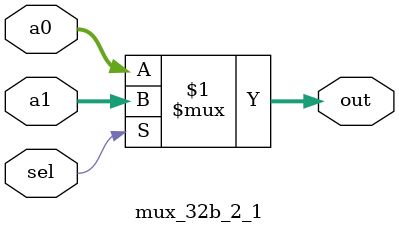
<source format=v>
/*
   Assignment No. - 7
   KGP-RISC
   Semester - 5 (Autumn 2021-22)
   Group No. - 30
   Group Members - Ashutosh Kumar Singh (19CS30008) & Vanshita Garg (19CS10064)
*/

`timescale 1ns / 1ps

// A 2x1 mux with 32-bit output
module mux_32b_2_1 (
    input [31:0] a0, 
    input [31:0] a1, 
    input sel, 
    output [31:0] out
);
    
    assign out = (sel) ? a1 : a0;

endmodule

</source>
